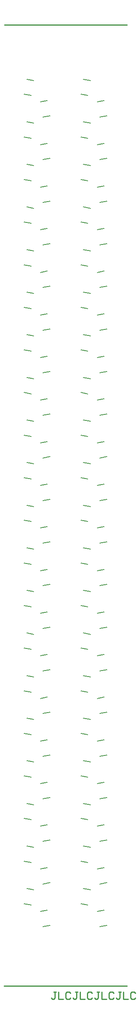
<source format=gto>
G04*
G04 #@! TF.GenerationSoftware,Altium Limited,Altium Designer,18.1.7 (191)*
G04*
G04 Layer_Color=65535*
%FSLAX44Y44*%
%MOMM*%
G71*
G01*
G75*
%ADD15C,0.2540*%
%ADD16C,0.2000*%
D15*
X1270Y2070000D02*
X260000Y2070000D01*
X0Y40000D02*
X260000D01*
X110157Y27617D02*
X105078D01*
X107618D01*
Y14922D01*
X105078Y12383D01*
X102539D01*
X100000Y14922D01*
X115235Y27617D02*
Y12383D01*
X125392D01*
X140627Y25078D02*
X138088Y27617D01*
X133009D01*
X130470Y25078D01*
Y14922D01*
X133009Y12383D01*
X138088D01*
X140627Y14922D01*
X155862Y27617D02*
X150784D01*
X153323D01*
Y14922D01*
X150784Y12383D01*
X148244D01*
X145705Y14922D01*
X160940Y27617D02*
Y12383D01*
X171097D01*
X186332Y25078D02*
X183793Y27617D01*
X178715D01*
X176175Y25078D01*
Y14922D01*
X178715Y12383D01*
X183793D01*
X186332Y14922D01*
X201567Y27617D02*
X196489D01*
X199028D01*
Y14922D01*
X196489Y12383D01*
X193950D01*
X191410Y14922D01*
X206646Y27617D02*
Y12383D01*
X216802D01*
X232037Y25078D02*
X229498Y27617D01*
X224420D01*
X221881Y25078D01*
Y14922D01*
X224420Y12383D01*
X229498D01*
X232037Y14922D01*
X247272Y27617D02*
X242194D01*
X244733D01*
Y14922D01*
X242194Y12383D01*
X239655D01*
X237116Y14922D01*
X252351Y27617D02*
Y12383D01*
X262507D01*
X277743Y25078D02*
X275203Y27617D01*
X270125D01*
X267586Y25078D01*
Y14922D01*
X270125Y12383D01*
X275203D01*
X277743Y14922D01*
D16*
X202713Y1515487D02*
X217485Y1518092D01*
X197070Y1547493D02*
X211842Y1550098D01*
X183017Y1592986D02*
X168245Y1595591D01*
X177374Y1560980D02*
X162601Y1563584D01*
X202713Y1605487D02*
X217485Y1608092D01*
X197070Y1637493D02*
X211842Y1640098D01*
X183017Y1682986D02*
X168245Y1685591D01*
X177374Y1650980D02*
X162601Y1653584D01*
X202713Y1695487D02*
X217485Y1698092D01*
X197070Y1727493D02*
X211842Y1730098D01*
X183017Y1952986D02*
X168245Y1955591D01*
X177374Y1920980D02*
X162601Y1923584D01*
X202713Y1875487D02*
X217485Y1878092D01*
X197070Y1907493D02*
X211842Y1910098D01*
X183017Y1862986D02*
X168245Y1865591D01*
X177374Y1830980D02*
X162601Y1833584D01*
X202713Y1785487D02*
X217485Y1788092D01*
X197070Y1817493D02*
X211842Y1820098D01*
X183017Y1772986D02*
X168245Y1775591D01*
X177374Y1740980D02*
X162601Y1743584D01*
X177374Y1290980D02*
X162601Y1293584D01*
X183017Y1322986D02*
X168245Y1325591D01*
X197070Y1367493D02*
X211842Y1370098D01*
X202713Y1335487D02*
X217485Y1338092D01*
X177374Y1380980D02*
X162601Y1383584D01*
X183017Y1412986D02*
X168245Y1415591D01*
X197070Y1457493D02*
X211842Y1460098D01*
X202713Y1425487D02*
X217485Y1428092D01*
X177374Y1470980D02*
X162601Y1473584D01*
X183017Y1502986D02*
X168245Y1505591D01*
X197070Y737493D02*
X211842Y740098D01*
X202713Y705487D02*
X217485Y708092D01*
X177374Y570980D02*
X162601Y573584D01*
X183017Y602986D02*
X168245Y605591D01*
X197070Y557493D02*
X211842Y560098D01*
X202713Y525487D02*
X217485Y528092D01*
X177374Y480980D02*
X162601Y483584D01*
X183017Y512986D02*
X168245Y515591D01*
X197070Y467494D02*
X211842Y470098D01*
X202713Y435487D02*
X217485Y438092D01*
X177374Y390980D02*
X162601Y393584D01*
X183017Y422986D02*
X168245Y425591D01*
X197070Y377494D02*
X211842Y380098D01*
X202713Y345487D02*
X217485Y348092D01*
X177374Y300980D02*
X162601Y303584D01*
X183017Y332986D02*
X168245Y335591D01*
X197070Y287493D02*
X211842Y290098D01*
X202713Y255487D02*
X217485Y258092D01*
X177374Y210980D02*
X162601Y213584D01*
X183017Y242986D02*
X168245Y245591D01*
X197070Y197493D02*
X211842Y200098D01*
X202713Y165487D02*
X217485Y168092D01*
X197070Y647493D02*
X211842Y650098D01*
X202713Y615487D02*
X217485Y618092D01*
X177374Y660980D02*
X162601Y663584D01*
X183017Y692986D02*
X168245Y695591D01*
X177374Y750980D02*
X162601Y753584D01*
X183017Y782986D02*
X168245Y785591D01*
X197070Y827494D02*
X211842Y830098D01*
X202713Y795487D02*
X217485Y798092D01*
X177374Y840980D02*
X162601Y843584D01*
X183017Y872986D02*
X168245Y875591D01*
X197070Y917494D02*
X211842Y920098D01*
X202713Y885487D02*
X217485Y888092D01*
X177374Y930980D02*
X162601Y933584D01*
X183017Y962986D02*
X168245Y965591D01*
X197070Y1007494D02*
X211842Y1010098D01*
X202713Y975487D02*
X217485Y978092D01*
X177374Y1020980D02*
X162601Y1023584D01*
X183017Y1052986D02*
X168245Y1055591D01*
X197070Y1277494D02*
X211842Y1280098D01*
X202713Y1245487D02*
X217485Y1248092D01*
X177374Y1200980D02*
X162601Y1203584D01*
X183017Y1232986D02*
X168245Y1235591D01*
X197070Y1187494D02*
X211842Y1190098D01*
X202713Y1155487D02*
X217485Y1158092D01*
X177374Y1110980D02*
X162601Y1113584D01*
X183017Y1142986D02*
X168245Y1145591D01*
X197070Y1097494D02*
X211842Y1100098D01*
X202713Y1065487D02*
X217485Y1068092D01*
X82713Y1515487D02*
X97485Y1518092D01*
X77070Y1547493D02*
X91842Y1550098D01*
X63017Y1592986D02*
X48245Y1595591D01*
X57373Y1560980D02*
X42601Y1563584D01*
X82713Y1605487D02*
X97485Y1608092D01*
X77070Y1637493D02*
X91842Y1640098D01*
X63017Y1682986D02*
X48245Y1685591D01*
X57373Y1650980D02*
X42601Y1653584D01*
X82713Y1695487D02*
X97485Y1698092D01*
X77070Y1727493D02*
X91842Y1730098D01*
X63017Y1952986D02*
X48245Y1955591D01*
X57373Y1920980D02*
X42601Y1923584D01*
X82713Y1875487D02*
X97485Y1878092D01*
X77070Y1907493D02*
X91842Y1910098D01*
X63017Y1862986D02*
X48245Y1865591D01*
X57373Y1830980D02*
X42601Y1833584D01*
X82713Y1785487D02*
X97485Y1788092D01*
X77070Y1817493D02*
X91842Y1820098D01*
X63017Y1772986D02*
X48245Y1775591D01*
X57373Y1740980D02*
X42601Y1743584D01*
X57373Y1290980D02*
X42601Y1293584D01*
X63017Y1322986D02*
X48245Y1325591D01*
X77070Y1367493D02*
X91842Y1370098D01*
X82713Y1335487D02*
X97485Y1338092D01*
X57373Y1380980D02*
X42601Y1383584D01*
X63017Y1412986D02*
X48245Y1415591D01*
X77070Y1457493D02*
X91842Y1460098D01*
X82713Y1425487D02*
X97485Y1428092D01*
X57373Y1470980D02*
X42601Y1473584D01*
X63017Y1502986D02*
X48245Y1505591D01*
X77070Y737493D02*
X91842Y740098D01*
X82713Y705487D02*
X97485Y708092D01*
X57373Y570980D02*
X42601Y573584D01*
X63017Y602986D02*
X48245Y605591D01*
X77070Y557493D02*
X91842Y560098D01*
X82713Y525487D02*
X97485Y528092D01*
X57373Y480980D02*
X42601Y483584D01*
X63017Y512986D02*
X48245Y515591D01*
X77070Y467494D02*
X91842Y470098D01*
X82713Y435487D02*
X97485Y438092D01*
X57373Y390980D02*
X42601Y393584D01*
X63017Y422986D02*
X48245Y425591D01*
X77070Y377494D02*
X91842Y380098D01*
X82713Y345487D02*
X97485Y348092D01*
X57373Y300980D02*
X42601Y303584D01*
X63017Y332986D02*
X48245Y335591D01*
X77070Y287493D02*
X91842Y290098D01*
X82713Y255487D02*
X97485Y258092D01*
X57374Y210980D02*
X42601Y213584D01*
X63017Y242986D02*
X48245Y245591D01*
X77070Y197493D02*
X91842Y200098D01*
X82713Y165487D02*
X97485Y168092D01*
X77070Y647493D02*
X91842Y650098D01*
X82713Y615487D02*
X97485Y618092D01*
X57373Y660980D02*
X42601Y663584D01*
X63017Y692986D02*
X48245Y695591D01*
X57373Y750980D02*
X42601Y753584D01*
X63017Y782986D02*
X48245Y785591D01*
X77070Y827494D02*
X91842Y830098D01*
X82713Y795487D02*
X97485Y798092D01*
X57373Y840980D02*
X42601Y843584D01*
X63017Y872986D02*
X48245Y875591D01*
X77070Y917494D02*
X91842Y920098D01*
X82713Y885487D02*
X97485Y888092D01*
X57373Y930980D02*
X42601Y933584D01*
X63017Y962986D02*
X48245Y965591D01*
X77070Y1007494D02*
X91842Y1010098D01*
X82713Y975487D02*
X97485Y978092D01*
X57373Y1020980D02*
X42601Y1023584D01*
X63017Y1052986D02*
X48245Y1055591D01*
X77070Y1277494D02*
X91842Y1280098D01*
X82713Y1245487D02*
X97485Y1248092D01*
X57373Y1200980D02*
X42601Y1203584D01*
X63017Y1232986D02*
X48245Y1235591D01*
X77070Y1187494D02*
X91842Y1190098D01*
X82713Y1155487D02*
X97485Y1158092D01*
X57373Y1110980D02*
X42601Y1113584D01*
X63017Y1142986D02*
X48245Y1145591D01*
X77070Y1097494D02*
X91842Y1100098D01*
X82713Y1065487D02*
X97485Y1068092D01*
M02*

</source>
